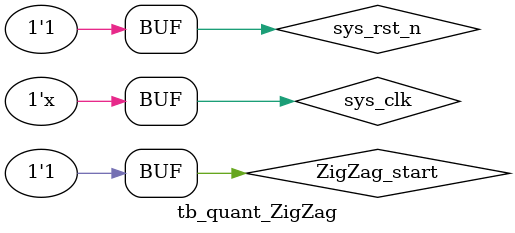
<source format=v>
`timescale 1ns/1ns
module tb_quant_ZigZag();

reg                    sys_clk         ;
reg                    sys_rst_n       ;
reg    signed  [11:0]  DCT_data        ;
reg                    ZigZag_start    ;

wire   signed  [11:0]  ZigZag_data     ;
wire                   rd_en           ;

initial
    begin
        sys_clk=1'b1;
        sys_rst_n=1'b0;
        ZigZag_start=1'b0;
        #20
        sys_rst_n=1'b1;
        #20
        ZigZag_start=1'b1;
    end

always #10 sys_clk=~sys_clk;

always@(posedge sys_clk or negedge sys_rst_n)
    if(sys_rst_n==1'b0)
        DCT_data<=12'd0;
    else if(ZigZag_start==1'b0 || DCT_data==12'd63)
        DCT_data<=12'd0;
    else
        DCT_data<=DCT_data+1'b1;

quant_ZigZag    quant_ZigZag_inst
(
    .sys_clk     (sys_clk     ),
    .sys_rst_n   (sys_rst_n   ),
    .DCT_data    (DCT_data<<6 ),
    .ZigZag_start(ZigZag_start),

    .ZigZag_data (ZigZag_data ),
    .rd_en       (rd_en       )
);


endmodule
</source>
